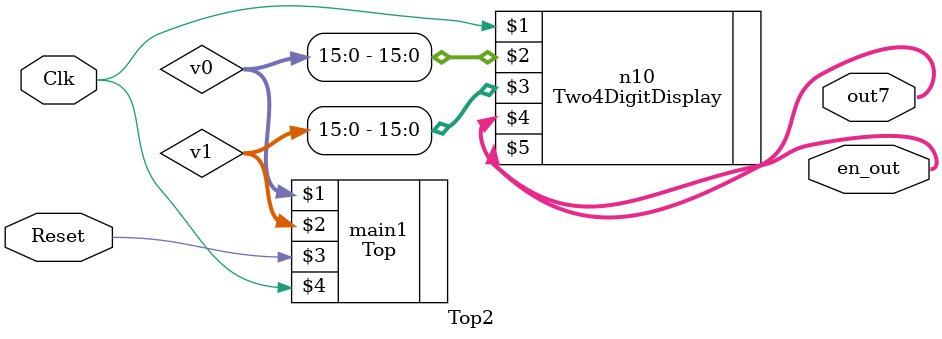
<source format=v>
`timescale 1ns / 1ps


module Top2(en_out, out7, Reset, Clk);
input Reset, Clk;
output [7:0] en_out;
output [6:0] out7;
//wire ClkOut;
wire [31:0] v0, v1;

 //   ClkDiv n5(Clk, Reset, ClkOut);
    Two4DigitDisplay n10(Clk, v0[15:0], v1[15:0], out7, en_out);
    
    Top main1(v0, v1, Reset, Clk);
    
endmodule

</source>
